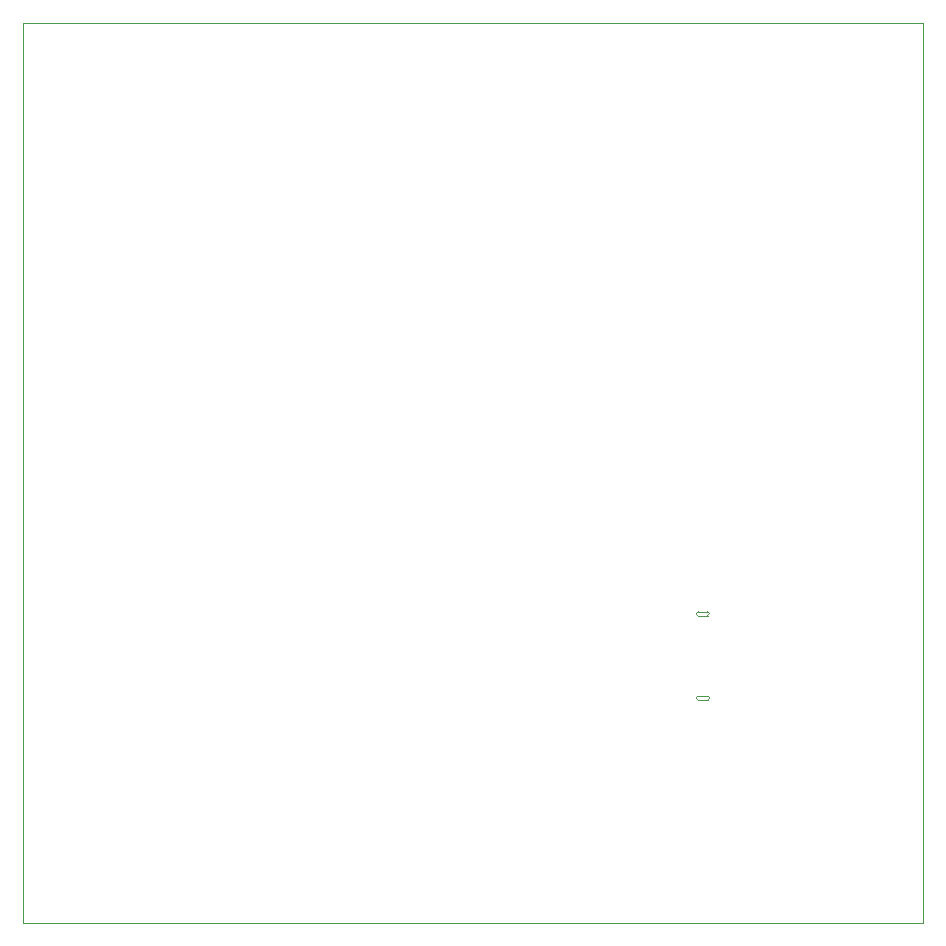
<source format=gbr>
G04 #@! TF.GenerationSoftware,KiCad,Pcbnew,(5.1.4)-1*
G04 #@! TF.CreationDate,2020-04-13T20:16:17-06:00*
G04 #@! TF.ProjectId,ECUGPS,45435547-5053-42e6-9b69-6361645f7063,rev?*
G04 #@! TF.SameCoordinates,Original*
G04 #@! TF.FileFunction,Profile,NP*
%FSLAX46Y46*%
G04 Gerber Fmt 4.6, Leading zero omitted, Abs format (unit mm)*
G04 Created by KiCad (PCBNEW (5.1.4)-1) date 2020-04-13 20:16:17*
%MOMM*%
%LPD*%
G04 APERTURE LIST*
%ADD10C,0.101600*%
%ADD11C,0.100000*%
G04 APERTURE END LIST*
D10*
X163830000Y-50800000D02*
X163830000Y-127000000D01*
X87630000Y-50800000D02*
X163830000Y-50800000D01*
X87630000Y-127000000D02*
X87630000Y-50800000D01*
X87630000Y-127000000D02*
X163830000Y-127000000D01*
D11*
X145582000Y-100644000D02*
X144782000Y-100644000D01*
X145757000Y-100819000D02*
G75*
G03X145582000Y-100644000I-175000J0D01*
G01*
X145582000Y-100994000D02*
G75*
G03X145757000Y-100819000I0J175000D01*
G01*
X144782000Y-100994000D02*
X145582000Y-100994000D01*
X144607000Y-100819000D02*
G75*
G03X144782000Y-100994000I175000J0D01*
G01*
X144782000Y-100644000D02*
G75*
G03X144607000Y-100819000I0J-175000D01*
G01*
X145582000Y-107794000D02*
X144782000Y-107794000D01*
X145757000Y-107969000D02*
G75*
G03X145582000Y-107794000I-175000J0D01*
G01*
X145582000Y-108144000D02*
G75*
G03X145757000Y-107969000I0J175000D01*
G01*
X144782000Y-108144000D02*
X145582000Y-108144000D01*
X144607000Y-107969000D02*
G75*
G03X144782000Y-108144000I175000J0D01*
G01*
X144782000Y-107794000D02*
G75*
G03X144607000Y-107969000I0J-175000D01*
G01*
M02*

</source>
